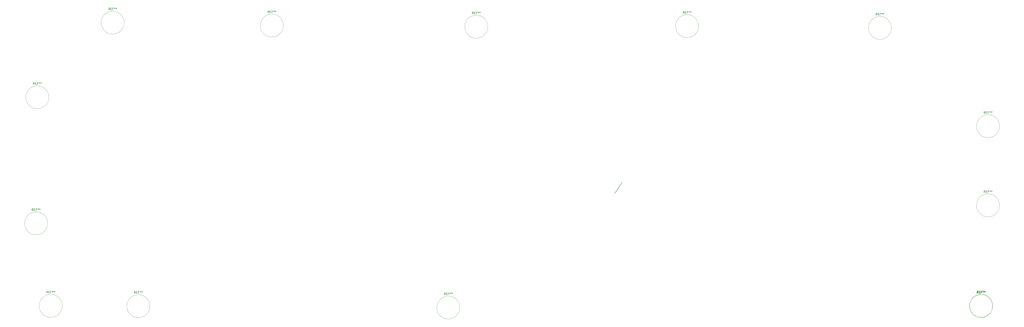
<source format=gbr>
G04 #@! TF.GenerationSoftware,KiCad,Pcbnew,(5.1.4-0-10_14)*
G04 #@! TF.CreationDate,2019-10-21T17:01:18+11:00*
G04 #@! TF.ProjectId,A1200KB,41313230-304b-4422-9e6b-696361645f70,rev?*
G04 #@! TF.SameCoordinates,Original*
G04 #@! TF.FileFunction,Legend,Top*
G04 #@! TF.FilePolarity,Positive*
%FSLAX46Y46*%
G04 Gerber Fmt 4.6, Leading zero omitted, Abs format (unit mm)*
G04 Created by KiCad (PCBNEW (5.1.4-0-10_14)) date 2019-10-21 17:01:18*
%MOMM*%
%LPD*%
G04 APERTURE LIST*
%ADD10C,0.150000*%
%ADD11C,0.120000*%
G04 APERTURE END LIST*
D10*
X296164000Y-92964000D02*
X292608000Y-98298000D01*
D11*
X218800000Y-152680000D02*
G75*
G03X218800000Y-152680000I-5500000J0D01*
G01*
X134710000Y-18180000D02*
G75*
G03X134710000Y-18180000I-5500000J0D01*
G01*
X58860000Y-16790000D02*
G75*
G03X58860000Y-16790000I-5500000J0D01*
G01*
X424540000Y-19290000D02*
G75*
G03X424540000Y-19290000I-5500000J0D01*
G01*
X332630000Y-18450000D02*
G75*
G03X332630000Y-18450000I-5500000J0D01*
G01*
X232150000Y-18730000D02*
G75*
G03X232150000Y-18730000I-5500000J0D01*
G01*
X476030000Y-103940000D02*
G75*
G03X476030000Y-103940000I-5500000J0D01*
G01*
X476030000Y-66210000D02*
G75*
G03X476030000Y-66210000I-5500000J0D01*
G01*
X472780000Y-151770000D02*
G75*
G03X472780000Y-151770000I-5500000J0D01*
G01*
X472640000Y-152040000D02*
G75*
G03X472640000Y-152040000I-5500000J0D01*
G01*
X71100000Y-152010000D02*
G75*
G03X71100000Y-152010000I-5500000J0D01*
G01*
X29330000Y-151860000D02*
G75*
G03X29330000Y-151860000I-5500000J0D01*
G01*
X22340000Y-112510000D02*
G75*
G03X22340000Y-112510000I-5500000J0D01*
G01*
X22920000Y-52390000D02*
G75*
G03X22920000Y-52390000I-5500000J0D01*
G01*
D10*
X211966666Y-146632380D02*
X211633333Y-146156190D01*
X211395238Y-146632380D02*
X211395238Y-145632380D01*
X211776190Y-145632380D01*
X211871428Y-145680000D01*
X211919047Y-145727619D01*
X211966666Y-145822857D01*
X211966666Y-145965714D01*
X211919047Y-146060952D01*
X211871428Y-146108571D01*
X211776190Y-146156190D01*
X211395238Y-146156190D01*
X212395238Y-146108571D02*
X212728571Y-146108571D01*
X212871428Y-146632380D02*
X212395238Y-146632380D01*
X212395238Y-145632380D01*
X212871428Y-145632380D01*
X213633333Y-146108571D02*
X213300000Y-146108571D01*
X213300000Y-146632380D02*
X213300000Y-145632380D01*
X213776190Y-145632380D01*
X214300000Y-145632380D02*
X214300000Y-145870476D01*
X214061904Y-145775238D02*
X214300000Y-145870476D01*
X214538095Y-145775238D01*
X214157142Y-146060952D02*
X214300000Y-145870476D01*
X214442857Y-146060952D01*
X215061904Y-145632380D02*
X215061904Y-145870476D01*
X214823809Y-145775238D02*
X215061904Y-145870476D01*
X215300000Y-145775238D01*
X214919047Y-146060952D02*
X215061904Y-145870476D01*
X215204761Y-146060952D01*
X127876666Y-12132380D02*
X127543333Y-11656190D01*
X127305238Y-12132380D02*
X127305238Y-11132380D01*
X127686190Y-11132380D01*
X127781428Y-11180000D01*
X127829047Y-11227619D01*
X127876666Y-11322857D01*
X127876666Y-11465714D01*
X127829047Y-11560952D01*
X127781428Y-11608571D01*
X127686190Y-11656190D01*
X127305238Y-11656190D01*
X128305238Y-11608571D02*
X128638571Y-11608571D01*
X128781428Y-12132380D02*
X128305238Y-12132380D01*
X128305238Y-11132380D01*
X128781428Y-11132380D01*
X129543333Y-11608571D02*
X129210000Y-11608571D01*
X129210000Y-12132380D02*
X129210000Y-11132380D01*
X129686190Y-11132380D01*
X130210000Y-11132380D02*
X130210000Y-11370476D01*
X129971904Y-11275238D02*
X130210000Y-11370476D01*
X130448095Y-11275238D01*
X130067142Y-11560952D02*
X130210000Y-11370476D01*
X130352857Y-11560952D01*
X130971904Y-11132380D02*
X130971904Y-11370476D01*
X130733809Y-11275238D02*
X130971904Y-11370476D01*
X131210000Y-11275238D01*
X130829047Y-11560952D02*
X130971904Y-11370476D01*
X131114761Y-11560952D01*
X52026666Y-10742380D02*
X51693333Y-10266190D01*
X51455238Y-10742380D02*
X51455238Y-9742380D01*
X51836190Y-9742380D01*
X51931428Y-9790000D01*
X51979047Y-9837619D01*
X52026666Y-9932857D01*
X52026666Y-10075714D01*
X51979047Y-10170952D01*
X51931428Y-10218571D01*
X51836190Y-10266190D01*
X51455238Y-10266190D01*
X52455238Y-10218571D02*
X52788571Y-10218571D01*
X52931428Y-10742380D02*
X52455238Y-10742380D01*
X52455238Y-9742380D01*
X52931428Y-9742380D01*
X53693333Y-10218571D02*
X53360000Y-10218571D01*
X53360000Y-10742380D02*
X53360000Y-9742380D01*
X53836190Y-9742380D01*
X54360000Y-9742380D02*
X54360000Y-9980476D01*
X54121904Y-9885238D02*
X54360000Y-9980476D01*
X54598095Y-9885238D01*
X54217142Y-10170952D02*
X54360000Y-9980476D01*
X54502857Y-10170952D01*
X55121904Y-9742380D02*
X55121904Y-9980476D01*
X54883809Y-9885238D02*
X55121904Y-9980476D01*
X55360000Y-9885238D01*
X54979047Y-10170952D02*
X55121904Y-9980476D01*
X55264761Y-10170952D01*
X417706666Y-13242380D02*
X417373333Y-12766190D01*
X417135238Y-13242380D02*
X417135238Y-12242380D01*
X417516190Y-12242380D01*
X417611428Y-12290000D01*
X417659047Y-12337619D01*
X417706666Y-12432857D01*
X417706666Y-12575714D01*
X417659047Y-12670952D01*
X417611428Y-12718571D01*
X417516190Y-12766190D01*
X417135238Y-12766190D01*
X418135238Y-12718571D02*
X418468571Y-12718571D01*
X418611428Y-13242380D02*
X418135238Y-13242380D01*
X418135238Y-12242380D01*
X418611428Y-12242380D01*
X419373333Y-12718571D02*
X419040000Y-12718571D01*
X419040000Y-13242380D02*
X419040000Y-12242380D01*
X419516190Y-12242380D01*
X420040000Y-12242380D02*
X420040000Y-12480476D01*
X419801904Y-12385238D02*
X420040000Y-12480476D01*
X420278095Y-12385238D01*
X419897142Y-12670952D02*
X420040000Y-12480476D01*
X420182857Y-12670952D01*
X420801904Y-12242380D02*
X420801904Y-12480476D01*
X420563809Y-12385238D02*
X420801904Y-12480476D01*
X421040000Y-12385238D01*
X420659047Y-12670952D02*
X420801904Y-12480476D01*
X420944761Y-12670952D01*
X325796666Y-12402380D02*
X325463333Y-11926190D01*
X325225238Y-12402380D02*
X325225238Y-11402380D01*
X325606190Y-11402380D01*
X325701428Y-11450000D01*
X325749047Y-11497619D01*
X325796666Y-11592857D01*
X325796666Y-11735714D01*
X325749047Y-11830952D01*
X325701428Y-11878571D01*
X325606190Y-11926190D01*
X325225238Y-11926190D01*
X326225238Y-11878571D02*
X326558571Y-11878571D01*
X326701428Y-12402380D02*
X326225238Y-12402380D01*
X326225238Y-11402380D01*
X326701428Y-11402380D01*
X327463333Y-11878571D02*
X327130000Y-11878571D01*
X327130000Y-12402380D02*
X327130000Y-11402380D01*
X327606190Y-11402380D01*
X328130000Y-11402380D02*
X328130000Y-11640476D01*
X327891904Y-11545238D02*
X328130000Y-11640476D01*
X328368095Y-11545238D01*
X327987142Y-11830952D02*
X328130000Y-11640476D01*
X328272857Y-11830952D01*
X328891904Y-11402380D02*
X328891904Y-11640476D01*
X328653809Y-11545238D02*
X328891904Y-11640476D01*
X329130000Y-11545238D01*
X328749047Y-11830952D02*
X328891904Y-11640476D01*
X329034761Y-11830952D01*
X225316666Y-12682380D02*
X224983333Y-12206190D01*
X224745238Y-12682380D02*
X224745238Y-11682380D01*
X225126190Y-11682380D01*
X225221428Y-11730000D01*
X225269047Y-11777619D01*
X225316666Y-11872857D01*
X225316666Y-12015714D01*
X225269047Y-12110952D01*
X225221428Y-12158571D01*
X225126190Y-12206190D01*
X224745238Y-12206190D01*
X225745238Y-12158571D02*
X226078571Y-12158571D01*
X226221428Y-12682380D02*
X225745238Y-12682380D01*
X225745238Y-11682380D01*
X226221428Y-11682380D01*
X226983333Y-12158571D02*
X226650000Y-12158571D01*
X226650000Y-12682380D02*
X226650000Y-11682380D01*
X227126190Y-11682380D01*
X227650000Y-11682380D02*
X227650000Y-11920476D01*
X227411904Y-11825238D02*
X227650000Y-11920476D01*
X227888095Y-11825238D01*
X227507142Y-12110952D02*
X227650000Y-11920476D01*
X227792857Y-12110952D01*
X228411904Y-11682380D02*
X228411904Y-11920476D01*
X228173809Y-11825238D02*
X228411904Y-11920476D01*
X228650000Y-11825238D01*
X228269047Y-12110952D02*
X228411904Y-11920476D01*
X228554761Y-12110952D01*
X469196666Y-97892380D02*
X468863333Y-97416190D01*
X468625238Y-97892380D02*
X468625238Y-96892380D01*
X469006190Y-96892380D01*
X469101428Y-96940000D01*
X469149047Y-96987619D01*
X469196666Y-97082857D01*
X469196666Y-97225714D01*
X469149047Y-97320952D01*
X469101428Y-97368571D01*
X469006190Y-97416190D01*
X468625238Y-97416190D01*
X469625238Y-97368571D02*
X469958571Y-97368571D01*
X470101428Y-97892380D02*
X469625238Y-97892380D01*
X469625238Y-96892380D01*
X470101428Y-96892380D01*
X470863333Y-97368571D02*
X470530000Y-97368571D01*
X470530000Y-97892380D02*
X470530000Y-96892380D01*
X471006190Y-96892380D01*
X471530000Y-96892380D02*
X471530000Y-97130476D01*
X471291904Y-97035238D02*
X471530000Y-97130476D01*
X471768095Y-97035238D01*
X471387142Y-97320952D02*
X471530000Y-97130476D01*
X471672857Y-97320952D01*
X472291904Y-96892380D02*
X472291904Y-97130476D01*
X472053809Y-97035238D02*
X472291904Y-97130476D01*
X472530000Y-97035238D01*
X472149047Y-97320952D02*
X472291904Y-97130476D01*
X472434761Y-97320952D01*
X469196666Y-60162380D02*
X468863333Y-59686190D01*
X468625238Y-60162380D02*
X468625238Y-59162380D01*
X469006190Y-59162380D01*
X469101428Y-59210000D01*
X469149047Y-59257619D01*
X469196666Y-59352857D01*
X469196666Y-59495714D01*
X469149047Y-59590952D01*
X469101428Y-59638571D01*
X469006190Y-59686190D01*
X468625238Y-59686190D01*
X469625238Y-59638571D02*
X469958571Y-59638571D01*
X470101428Y-60162380D02*
X469625238Y-60162380D01*
X469625238Y-59162380D01*
X470101428Y-59162380D01*
X470863333Y-59638571D02*
X470530000Y-59638571D01*
X470530000Y-60162380D02*
X470530000Y-59162380D01*
X471006190Y-59162380D01*
X471530000Y-59162380D02*
X471530000Y-59400476D01*
X471291904Y-59305238D02*
X471530000Y-59400476D01*
X471768095Y-59305238D01*
X471387142Y-59590952D02*
X471530000Y-59400476D01*
X471672857Y-59590952D01*
X472291904Y-59162380D02*
X472291904Y-59400476D01*
X472053809Y-59305238D02*
X472291904Y-59400476D01*
X472530000Y-59305238D01*
X472149047Y-59590952D02*
X472291904Y-59400476D01*
X472434761Y-59590952D01*
X465946666Y-145722380D02*
X465613333Y-145246190D01*
X465375238Y-145722380D02*
X465375238Y-144722380D01*
X465756190Y-144722380D01*
X465851428Y-144770000D01*
X465899047Y-144817619D01*
X465946666Y-144912857D01*
X465946666Y-145055714D01*
X465899047Y-145150952D01*
X465851428Y-145198571D01*
X465756190Y-145246190D01*
X465375238Y-145246190D01*
X466375238Y-145198571D02*
X466708571Y-145198571D01*
X466851428Y-145722380D02*
X466375238Y-145722380D01*
X466375238Y-144722380D01*
X466851428Y-144722380D01*
X467613333Y-145198571D02*
X467280000Y-145198571D01*
X467280000Y-145722380D02*
X467280000Y-144722380D01*
X467756190Y-144722380D01*
X468280000Y-144722380D02*
X468280000Y-144960476D01*
X468041904Y-144865238D02*
X468280000Y-144960476D01*
X468518095Y-144865238D01*
X468137142Y-145150952D02*
X468280000Y-144960476D01*
X468422857Y-145150952D01*
X469041904Y-144722380D02*
X469041904Y-144960476D01*
X468803809Y-144865238D02*
X469041904Y-144960476D01*
X469280000Y-144865238D01*
X468899047Y-145150952D02*
X469041904Y-144960476D01*
X469184761Y-145150952D01*
X465806666Y-145992380D02*
X465473333Y-145516190D01*
X465235238Y-145992380D02*
X465235238Y-144992380D01*
X465616190Y-144992380D01*
X465711428Y-145040000D01*
X465759047Y-145087619D01*
X465806666Y-145182857D01*
X465806666Y-145325714D01*
X465759047Y-145420952D01*
X465711428Y-145468571D01*
X465616190Y-145516190D01*
X465235238Y-145516190D01*
X466235238Y-145468571D02*
X466568571Y-145468571D01*
X466711428Y-145992380D02*
X466235238Y-145992380D01*
X466235238Y-144992380D01*
X466711428Y-144992380D01*
X467473333Y-145468571D02*
X467140000Y-145468571D01*
X467140000Y-145992380D02*
X467140000Y-144992380D01*
X467616190Y-144992380D01*
X468140000Y-144992380D02*
X468140000Y-145230476D01*
X467901904Y-145135238D02*
X468140000Y-145230476D01*
X468378095Y-145135238D01*
X467997142Y-145420952D02*
X468140000Y-145230476D01*
X468282857Y-145420952D01*
X468901904Y-144992380D02*
X468901904Y-145230476D01*
X468663809Y-145135238D02*
X468901904Y-145230476D01*
X469140000Y-145135238D01*
X468759047Y-145420952D02*
X468901904Y-145230476D01*
X469044761Y-145420952D01*
X64266666Y-145962380D02*
X63933333Y-145486190D01*
X63695238Y-145962380D02*
X63695238Y-144962380D01*
X64076190Y-144962380D01*
X64171428Y-145010000D01*
X64219047Y-145057619D01*
X64266666Y-145152857D01*
X64266666Y-145295714D01*
X64219047Y-145390952D01*
X64171428Y-145438571D01*
X64076190Y-145486190D01*
X63695238Y-145486190D01*
X64695238Y-145438571D02*
X65028571Y-145438571D01*
X65171428Y-145962380D02*
X64695238Y-145962380D01*
X64695238Y-144962380D01*
X65171428Y-144962380D01*
X65933333Y-145438571D02*
X65600000Y-145438571D01*
X65600000Y-145962380D02*
X65600000Y-144962380D01*
X66076190Y-144962380D01*
X66600000Y-144962380D02*
X66600000Y-145200476D01*
X66361904Y-145105238D02*
X66600000Y-145200476D01*
X66838095Y-145105238D01*
X66457142Y-145390952D02*
X66600000Y-145200476D01*
X66742857Y-145390952D01*
X67361904Y-144962380D02*
X67361904Y-145200476D01*
X67123809Y-145105238D02*
X67361904Y-145200476D01*
X67600000Y-145105238D01*
X67219047Y-145390952D02*
X67361904Y-145200476D01*
X67504761Y-145390952D01*
X22496666Y-145812380D02*
X22163333Y-145336190D01*
X21925238Y-145812380D02*
X21925238Y-144812380D01*
X22306190Y-144812380D01*
X22401428Y-144860000D01*
X22449047Y-144907619D01*
X22496666Y-145002857D01*
X22496666Y-145145714D01*
X22449047Y-145240952D01*
X22401428Y-145288571D01*
X22306190Y-145336190D01*
X21925238Y-145336190D01*
X22925238Y-145288571D02*
X23258571Y-145288571D01*
X23401428Y-145812380D02*
X22925238Y-145812380D01*
X22925238Y-144812380D01*
X23401428Y-144812380D01*
X24163333Y-145288571D02*
X23830000Y-145288571D01*
X23830000Y-145812380D02*
X23830000Y-144812380D01*
X24306190Y-144812380D01*
X24830000Y-144812380D02*
X24830000Y-145050476D01*
X24591904Y-144955238D02*
X24830000Y-145050476D01*
X25068095Y-144955238D01*
X24687142Y-145240952D02*
X24830000Y-145050476D01*
X24972857Y-145240952D01*
X25591904Y-144812380D02*
X25591904Y-145050476D01*
X25353809Y-144955238D02*
X25591904Y-145050476D01*
X25830000Y-144955238D01*
X25449047Y-145240952D02*
X25591904Y-145050476D01*
X25734761Y-145240952D01*
X15506666Y-106462380D02*
X15173333Y-105986190D01*
X14935238Y-106462380D02*
X14935238Y-105462380D01*
X15316190Y-105462380D01*
X15411428Y-105510000D01*
X15459047Y-105557619D01*
X15506666Y-105652857D01*
X15506666Y-105795714D01*
X15459047Y-105890952D01*
X15411428Y-105938571D01*
X15316190Y-105986190D01*
X14935238Y-105986190D01*
X15935238Y-105938571D02*
X16268571Y-105938571D01*
X16411428Y-106462380D02*
X15935238Y-106462380D01*
X15935238Y-105462380D01*
X16411428Y-105462380D01*
X17173333Y-105938571D02*
X16840000Y-105938571D01*
X16840000Y-106462380D02*
X16840000Y-105462380D01*
X17316190Y-105462380D01*
X17840000Y-105462380D02*
X17840000Y-105700476D01*
X17601904Y-105605238D02*
X17840000Y-105700476D01*
X18078095Y-105605238D01*
X17697142Y-105890952D02*
X17840000Y-105700476D01*
X17982857Y-105890952D01*
X18601904Y-105462380D02*
X18601904Y-105700476D01*
X18363809Y-105605238D02*
X18601904Y-105700476D01*
X18840000Y-105605238D01*
X18459047Y-105890952D02*
X18601904Y-105700476D01*
X18744761Y-105890952D01*
X16086666Y-46342380D02*
X15753333Y-45866190D01*
X15515238Y-46342380D02*
X15515238Y-45342380D01*
X15896190Y-45342380D01*
X15991428Y-45390000D01*
X16039047Y-45437619D01*
X16086666Y-45532857D01*
X16086666Y-45675714D01*
X16039047Y-45770952D01*
X15991428Y-45818571D01*
X15896190Y-45866190D01*
X15515238Y-45866190D01*
X16515238Y-45818571D02*
X16848571Y-45818571D01*
X16991428Y-46342380D02*
X16515238Y-46342380D01*
X16515238Y-45342380D01*
X16991428Y-45342380D01*
X17753333Y-45818571D02*
X17420000Y-45818571D01*
X17420000Y-46342380D02*
X17420000Y-45342380D01*
X17896190Y-45342380D01*
X18420000Y-45342380D02*
X18420000Y-45580476D01*
X18181904Y-45485238D02*
X18420000Y-45580476D01*
X18658095Y-45485238D01*
X18277142Y-45770952D02*
X18420000Y-45580476D01*
X18562857Y-45770952D01*
X19181904Y-45342380D02*
X19181904Y-45580476D01*
X18943809Y-45485238D02*
X19181904Y-45580476D01*
X19420000Y-45485238D01*
X19039047Y-45770952D02*
X19181904Y-45580476D01*
X19324761Y-45770952D01*
M02*

</source>
